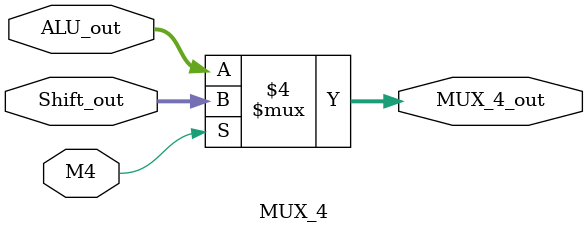
<source format=v>
`timescale 1ns / 1ps


module MUX_4(
    M4,
    ALU_out,
    Shift_out,
    MUX_4_out
    );

parameter N=16;
input [N-1:0] ALU_out;
input [N-1:0] Shift_out;
input M4;
output reg [N-1:0] MUX_4_out;

always @ (*)
    
    begin 
    if (M4==0)
    MUX_4_out= ALU_out;
    
    else 
    MUX_4_out= Shift_out;
    end

endmodule

</source>
